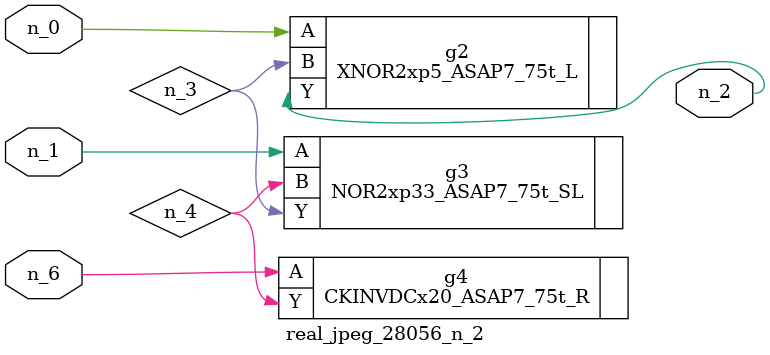
<source format=v>
module real_jpeg_28056_n_2 (n_6, n_1, n_0, n_2);

input n_6;
input n_1;
input n_0;

output n_2;

wire n_4;
wire n_3;

XNOR2xp5_ASAP7_75t_L g2 ( 
.A(n_0),
.B(n_3),
.Y(n_2)
);

NOR2xp33_ASAP7_75t_SL g3 ( 
.A(n_1),
.B(n_4),
.Y(n_3)
);

CKINVDCx20_ASAP7_75t_R g4 ( 
.A(n_6),
.Y(n_4)
);


endmodule
</source>
